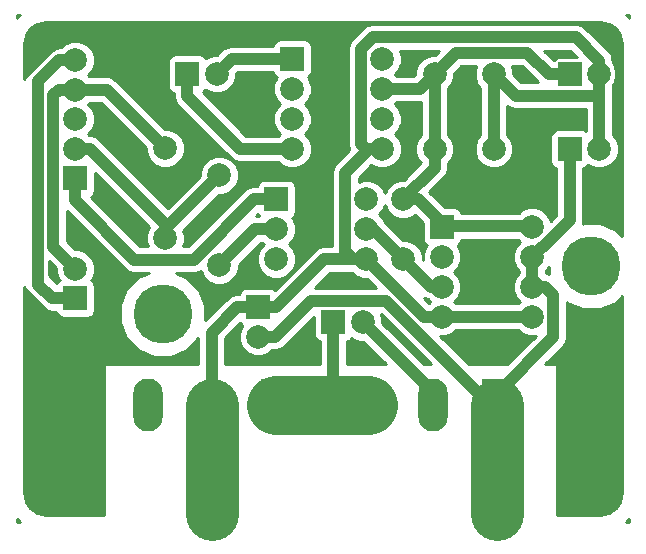
<source format=gbr>
G04 #@! TF.FileFunction,Copper,L2,Bot,Signal*
%FSLAX46Y46*%
G04 Gerber Fmt 4.6, Leading zero omitted, Abs format (unit mm)*
G04 Created by KiCad (PCBNEW 4.0.6) date 06/18/17 21:28:23*
%MOMM*%
%LPD*%
G01*
G04 APERTURE LIST*
%ADD10C,0.100000*%
%ADD11R,2.000000X2.000000*%
%ADD12C,2.000000*%
%ADD13C,5.000000*%
%ADD14R,2.500000X4.500000*%
%ADD15O,2.500000X4.500000*%
%ADD16C,1.000000*%
%ADD17C,4.500000*%
%ADD18C,5.000000*%
%ADD19C,0.254000*%
G04 APERTURE END LIST*
D10*
D11*
X48210000Y39955000D03*
D12*
X50710000Y39955000D03*
X36780000Y39955000D03*
X41780000Y39955000D03*
X36780000Y33605000D03*
X41780000Y33605000D03*
D11*
X48210000Y33605000D03*
D12*
X50710000Y33605000D03*
D11*
X28194000Y18923000D03*
D12*
X30694000Y18923000D03*
D11*
X21844000Y20193000D03*
D12*
X21844000Y17693000D03*
D11*
X15825000Y39955000D03*
D12*
X18325000Y39955000D03*
X34110000Y29345000D03*
X34110000Y24265000D03*
X18542000Y31369000D03*
X18542000Y23749000D03*
X13970000Y33655000D03*
X13970000Y26035000D03*
D11*
X6350000Y20955000D03*
D12*
X6350000Y23455000D03*
D11*
X37400000Y27025000D03*
D12*
X45020000Y19405000D03*
X37400000Y24485000D03*
X45020000Y21945000D03*
X37400000Y21945000D03*
X45020000Y24485000D03*
X37400000Y19405000D03*
X45020000Y27025000D03*
D11*
X23368000Y29337000D03*
D12*
X30988000Y24257000D03*
X23368000Y26797000D03*
X30988000Y26797000D03*
X23368000Y24257000D03*
X30988000Y29337000D03*
D11*
X6350000Y31115000D03*
D12*
X6350000Y33615000D03*
X6350000Y36115000D03*
X6350000Y38615000D03*
X6350000Y41115000D03*
D11*
X24715000Y41225000D03*
D12*
X32335000Y33605000D03*
X24715000Y38685000D03*
X32335000Y36145000D03*
X24715000Y36145000D03*
X32335000Y38685000D03*
X24715000Y33605000D03*
X32335000Y41225000D03*
D13*
X50040000Y23670000D03*
X13730000Y19645000D03*
D14*
X23356000Y11895000D03*
D15*
X17906000Y11895000D03*
X12456000Y11895000D03*
D14*
X42040000Y11895000D03*
D15*
X36590000Y11895000D03*
X31140000Y11895000D03*
D16*
X30534999Y42089001D02*
X31510808Y43064810D01*
X30534999Y33990788D02*
X30534999Y42089001D01*
X30920787Y33605000D02*
X30534999Y33990788D01*
X50710000Y41086370D02*
X50710000Y39955000D01*
X48731560Y43064810D02*
X50710000Y41086370D01*
X32335000Y33605000D02*
X30920787Y33605000D01*
X31510808Y43064810D02*
X48731560Y43064810D01*
X30988000Y24257000D02*
X35840000Y19405000D01*
X35840000Y19405000D02*
X37400000Y19405000D01*
X30988000Y24257000D02*
X31475914Y24257000D01*
X50710000Y39955000D02*
X50710000Y38100000D01*
X50710000Y38100000D02*
X50710000Y33605000D01*
X41780000Y39955000D02*
X43635000Y38100000D01*
X43635000Y38100000D02*
X50710000Y38100000D01*
X50710000Y34736370D02*
X50710000Y33605000D01*
X37400000Y19405000D02*
X45020000Y19405000D01*
D17*
X17906000Y11895000D02*
X17906000Y2675000D01*
D16*
X27418036Y24257000D02*
X29856630Y24257000D01*
X23354036Y20193000D02*
X27418036Y24257000D01*
X21844000Y20193000D02*
X23354036Y20193000D01*
X17906000Y11895000D02*
X17906000Y18055000D01*
X17906000Y18055000D02*
X20044000Y20193000D01*
X20044000Y20193000D02*
X21844000Y20193000D01*
X32335000Y33605000D02*
X31203630Y33605000D01*
X31203630Y33605000D02*
X29187999Y31589369D01*
X29856630Y24257000D02*
X30988000Y24257000D01*
X29187999Y31589369D02*
X29187999Y24925631D01*
X29187999Y24925631D02*
X29856630Y24257000D01*
X41780000Y39955000D02*
X41780000Y33605000D01*
X13970000Y26035000D02*
X13970000Y26797000D01*
X13970000Y26797000D02*
X18542000Y31369000D01*
X6350000Y33615000D02*
X7587436Y33615000D01*
X7587436Y33615000D02*
X13970000Y27232436D01*
X13970000Y27232436D02*
X13970000Y27166370D01*
X13970000Y27166370D02*
X13970000Y26035000D01*
X15825000Y39955000D02*
X15825000Y38080000D01*
X15825000Y38080000D02*
X20300000Y33605000D01*
X20300000Y33605000D02*
X23583630Y33605000D01*
X23583630Y33605000D02*
X24715000Y33605000D01*
X36780000Y39955000D02*
X38580001Y41755001D01*
X38580001Y41755001D02*
X44609999Y41755001D01*
X44609999Y41755001D02*
X46410000Y39955000D01*
X46410000Y39955000D02*
X48210000Y39955000D01*
X37630000Y27055000D02*
X45250000Y27055000D01*
X34110000Y29345000D02*
X35340000Y29345000D01*
X35340000Y29345000D02*
X37630000Y27055000D01*
X36780000Y33605000D02*
X36780000Y32015000D01*
X36780000Y32015000D02*
X34110000Y29345000D01*
X36780000Y39955000D02*
X36780000Y33605000D01*
X36780000Y39955000D02*
X35510000Y38685000D01*
X35510000Y38685000D02*
X32335000Y38685000D01*
X26288214Y20723001D02*
X32683506Y20723001D01*
X23258213Y17693000D02*
X26288214Y20723001D01*
X32683506Y20723001D02*
X40511507Y12895000D01*
X40511507Y12895000D02*
X42040000Y12895000D01*
X21844000Y17693000D02*
X23258213Y17693000D01*
X48210000Y33605000D02*
X48210000Y27550998D01*
X48210000Y27550998D02*
X45944001Y25284999D01*
X45944001Y25284999D02*
X45819999Y25284999D01*
X45819999Y25284999D02*
X45020000Y24485000D01*
X45020000Y21945000D02*
X46151370Y21945000D01*
X46820001Y17675001D02*
X42040000Y12895000D01*
X46151370Y21945000D02*
X46820001Y21276369D01*
X46820001Y21276369D02*
X46820001Y17675001D01*
X42040000Y12895000D02*
X42040000Y11895000D01*
X45020000Y24485000D02*
X45020000Y21945000D01*
D17*
X42040000Y11895000D02*
X42040000Y2675000D01*
D16*
X34110000Y24265000D02*
X34113121Y24265000D01*
X34113121Y24265000D02*
X36433121Y21945000D01*
X36433121Y21945000D02*
X37400000Y21945000D01*
X30988000Y26797000D02*
X31578000Y26797000D01*
X31578000Y26797000D02*
X34110000Y24265000D01*
X3190000Y39369213D02*
X3190000Y22115000D01*
X3190000Y22115000D02*
X4350000Y20955000D01*
X4350000Y20955000D02*
X6350000Y20955000D01*
X6350000Y41115000D02*
X4935787Y41115000D01*
X4935787Y41115000D02*
X3190000Y39369213D01*
X4935787Y38615000D02*
X6350000Y38615000D01*
X4490011Y25314989D02*
X4490011Y38169224D01*
X4490011Y38169224D02*
X4935787Y38615000D01*
X6350000Y23455000D02*
X4490011Y25314989D01*
X13970000Y33655000D02*
X9010000Y38615000D01*
X9010000Y38615000D02*
X6350000Y38615000D01*
X6350000Y31115000D02*
X6350000Y29240000D01*
X6350000Y29240000D02*
X11355001Y24234999D01*
X11355001Y24234999D02*
X16363997Y24234999D01*
X21465998Y29337000D02*
X21568000Y29337000D01*
X16363997Y24234999D02*
X21465998Y29337000D01*
X21568000Y29337000D02*
X23368000Y29337000D01*
X18542000Y23749000D02*
X21590000Y26797000D01*
X21590000Y26797000D02*
X23368000Y26797000D01*
X18325000Y39955000D02*
X19595000Y41225000D01*
X19595000Y41225000D02*
X24715000Y41225000D01*
X28194000Y18923000D02*
X28194000Y13719000D01*
X28194000Y13719000D02*
X26370000Y11895000D01*
D18*
X23356000Y11895000D02*
X26370000Y11895000D01*
X26370000Y11895000D02*
X31140000Y11895000D01*
D16*
X36590000Y11895000D02*
X36590000Y13027000D01*
X36590000Y13027000D02*
X30694000Y18923000D01*
D19*
G36*
X53213000Y2032000D02*
X52950687Y2032000D01*
X52990506Y2058606D01*
X53186394Y2254494D01*
X53213000Y2294313D01*
X53213000Y2032000D01*
X53213000Y2032000D01*
G37*
X53213000Y2032000D02*
X52950687Y2032000D01*
X52990506Y2058606D01*
X53186394Y2254494D01*
X53213000Y2294313D01*
X53213000Y2032000D01*
G36*
X1423606Y2254494D02*
X1619494Y2058606D01*
X1659313Y2032000D01*
X1397000Y2032000D01*
X1397000Y2294313D01*
X1423606Y2254494D01*
X1423606Y2254494D01*
G37*
X1423606Y2254494D02*
X1619494Y2058606D01*
X1659313Y2032000D01*
X1397000Y2032000D01*
X1397000Y2294313D01*
X1423606Y2254494D01*
G36*
X10552435Y23432433D02*
X10920655Y23186396D01*
X11355001Y23099999D01*
X12593916Y23099999D01*
X11678154Y22721614D01*
X10656972Y21702213D01*
X10103631Y20369620D01*
X10102372Y18926710D01*
X10653386Y17593154D01*
X11672787Y16571972D01*
X13005380Y16018631D01*
X14448290Y16017372D01*
X15781846Y16568386D01*
X16771000Y17555815D01*
X16771000Y15367000D01*
X8890000Y15367000D01*
X8840590Y15356994D01*
X8798965Y15328553D01*
X8771685Y15286159D01*
X8763000Y15240000D01*
X8763000Y2615000D01*
X3879931Y2615000D01*
X3115011Y2767152D01*
X2525830Y3160830D01*
X2132152Y3750011D01*
X1980000Y4514931D01*
X1980000Y21940426D01*
X2142755Y21696846D01*
X2172422Y21652446D01*
X3672433Y20152435D01*
X4040652Y19906398D01*
X4474998Y19820001D01*
X4727962Y19820001D01*
X4746838Y19719683D01*
X4885910Y19503559D01*
X5098110Y19358569D01*
X5350000Y19307560D01*
X7350000Y19307560D01*
X7585317Y19351838D01*
X7801441Y19490910D01*
X7946431Y19703110D01*
X7997440Y19955000D01*
X7997440Y21955000D01*
X7953162Y22190317D01*
X7814090Y22406441D01*
X7695227Y22487656D01*
X7735278Y22527637D01*
X7984716Y23128352D01*
X7985284Y23778795D01*
X7736894Y24379943D01*
X7277363Y24840278D01*
X6676648Y25089716D01*
X6320105Y25090027D01*
X5609999Y25800133D01*
X5609999Y28374869D01*
X10552435Y23432433D01*
X10552435Y23432433D01*
G37*
X10552435Y23432433D02*
X10920655Y23186396D01*
X11355001Y23099999D01*
X12593916Y23099999D01*
X11678154Y22721614D01*
X10656972Y21702213D01*
X10103631Y20369620D01*
X10102372Y18926710D01*
X10653386Y17593154D01*
X11672787Y16571972D01*
X13005380Y16018631D01*
X14448290Y16017372D01*
X15781846Y16568386D01*
X16771000Y17555815D01*
X16771000Y15367000D01*
X8890000Y15367000D01*
X8840590Y15356994D01*
X8798965Y15328553D01*
X8771685Y15286159D01*
X8763000Y15240000D01*
X8763000Y2615000D01*
X3879931Y2615000D01*
X3115011Y2767152D01*
X2525830Y3160830D01*
X2132152Y3750011D01*
X1980000Y4514931D01*
X1980000Y21940426D01*
X2142755Y21696846D01*
X2172422Y21652446D01*
X3672433Y20152435D01*
X4040652Y19906398D01*
X4474998Y19820001D01*
X4727962Y19820001D01*
X4746838Y19719683D01*
X4885910Y19503559D01*
X5098110Y19358569D01*
X5350000Y19307560D01*
X7350000Y19307560D01*
X7585317Y19351838D01*
X7801441Y19490910D01*
X7946431Y19703110D01*
X7997440Y19955000D01*
X7997440Y21955000D01*
X7953162Y22190317D01*
X7814090Y22406441D01*
X7695227Y22487656D01*
X7735278Y22527637D01*
X7984716Y23128352D01*
X7985284Y23778795D01*
X7736894Y24379943D01*
X7277363Y24840278D01*
X6676648Y25089716D01*
X6320105Y25090027D01*
X5609999Y25800133D01*
X5609999Y28374869D01*
X10552435Y23432433D01*
G36*
X52630000Y4514931D02*
X52477848Y3750011D01*
X52084170Y3160830D01*
X51494989Y2767152D01*
X50730069Y2615000D01*
X47117000Y2615000D01*
X47117000Y15240000D01*
X47106994Y15289410D01*
X47078553Y15331035D01*
X47036159Y15358315D01*
X46990000Y15367000D01*
X46117132Y15367000D01*
X47622567Y16872435D01*
X47698740Y16986436D01*
X47868604Y17240655D01*
X47955001Y17675001D01*
X47955001Y20624807D01*
X47982787Y20596972D01*
X49315380Y20043631D01*
X50758290Y20042372D01*
X52091846Y20593386D01*
X52630000Y21130601D01*
X52630000Y4514931D01*
X52630000Y4514931D01*
G37*
X52630000Y4514931D02*
X52477848Y3750011D01*
X52084170Y3160830D01*
X51494989Y2767152D01*
X50730069Y2615000D01*
X47117000Y2615000D01*
X47117000Y15240000D01*
X47106994Y15289410D01*
X47078553Y15331035D01*
X47036159Y15358315D01*
X46990000Y15367000D01*
X46117132Y15367000D01*
X47622567Y16872435D01*
X47698740Y16986436D01*
X47868604Y17240655D01*
X47955001Y17675001D01*
X47955001Y20624807D01*
X47982787Y20596972D01*
X49315380Y20043631D01*
X50758290Y20042372D01*
X52091846Y20593386D01*
X52630000Y21130601D01*
X52630000Y4514931D01*
G36*
X26546560Y17923000D02*
X26590838Y17687683D01*
X26729910Y17471559D01*
X26942110Y17326569D01*
X27059000Y17302898D01*
X27059000Y15367000D01*
X19041000Y15367000D01*
X19041000Y17584868D01*
X20308565Y18852433D01*
X20379910Y18741559D01*
X20498773Y18660344D01*
X20458722Y18620363D01*
X20209284Y18019648D01*
X20208716Y17369205D01*
X20457106Y16768057D01*
X20916637Y16307722D01*
X21517352Y16058284D01*
X22167795Y16057716D01*
X22768943Y16306106D01*
X23021278Y16558000D01*
X23258213Y16558000D01*
X23692559Y16644397D01*
X24060779Y16890434D01*
X26546560Y19376214D01*
X26546560Y17923000D01*
X26546560Y17923000D01*
G37*
X26546560Y17923000D02*
X26590838Y17687683D01*
X26729910Y17471559D01*
X26942110Y17326569D01*
X27059000Y17302898D01*
X27059000Y15367000D01*
X19041000Y15367000D01*
X19041000Y17584868D01*
X20308565Y18852433D01*
X20379910Y18741559D01*
X20498773Y18660344D01*
X20458722Y18620363D01*
X20209284Y18019648D01*
X20208716Y17369205D01*
X20457106Y16768057D01*
X20916637Y16307722D01*
X21517352Y16058284D01*
X22167795Y16057716D01*
X22768943Y16306106D01*
X23021278Y16558000D01*
X23258213Y16558000D01*
X23692559Y16644397D01*
X24060779Y16890434D01*
X26546560Y19376214D01*
X26546560Y17923000D01*
G36*
X29766637Y17537722D02*
X30367352Y17288284D01*
X30723895Y17287973D01*
X32644868Y15367000D01*
X29329000Y15367000D01*
X29329000Y17300962D01*
X29429317Y17319838D01*
X29645441Y17458910D01*
X29726656Y17577773D01*
X29766637Y17537722D01*
X29766637Y17537722D01*
G37*
X29766637Y17537722D02*
X30367352Y17288284D01*
X30723895Y17287973D01*
X32644868Y15367000D01*
X29329000Y15367000D01*
X29329000Y17300962D01*
X29429317Y17319838D01*
X29645441Y17458910D01*
X29726656Y17577773D01*
X29766637Y17537722D01*
G36*
X36434375Y15367000D02*
X35855132Y15367000D01*
X32328975Y18893157D01*
X32329284Y19246795D01*
X32188300Y19588001D01*
X32213374Y19588001D01*
X36434375Y15367000D01*
X36434375Y15367000D01*
G37*
X36434375Y15367000D02*
X35855132Y15367000D01*
X32328975Y18893157D01*
X32329284Y19246795D01*
X32188300Y19588001D01*
X32213374Y19588001D01*
X36434375Y15367000D01*
G36*
X44092637Y18019722D02*
X44693352Y17770284D01*
X45309614Y17769746D01*
X42906868Y15367000D01*
X39644639Y15367000D01*
X37241502Y17770137D01*
X37723795Y17769716D01*
X38324943Y18018106D01*
X38577278Y18270000D01*
X43842796Y18270000D01*
X44092637Y18019722D01*
X44092637Y18019722D01*
G37*
X44092637Y18019722D02*
X44693352Y17770284D01*
X45309614Y17769746D01*
X42906868Y15367000D01*
X39644639Y15367000D01*
X37241502Y17770137D01*
X37723795Y17769716D01*
X38324943Y18018106D01*
X38577278Y18270000D01*
X43842796Y18270000D01*
X44092637Y18019722D01*
G36*
X51494989Y44222848D02*
X52084170Y43829170D01*
X52477848Y43239989D01*
X52630000Y42475069D01*
X52630000Y26209310D01*
X52097213Y26743028D01*
X50764620Y27296369D01*
X49321710Y27297628D01*
X49292174Y27285424D01*
X49345000Y27550998D01*
X49345000Y31982962D01*
X49445317Y32001838D01*
X49661441Y32140910D01*
X49742656Y32259773D01*
X49782637Y32219722D01*
X50383352Y31970284D01*
X51033795Y31969716D01*
X51634943Y32218106D01*
X52095278Y32677637D01*
X52344716Y33278352D01*
X52345284Y33928795D01*
X52096894Y34529943D01*
X51845000Y34782278D01*
X51845000Y39060394D01*
X51925824Y39141077D01*
X52144750Y39668309D01*
X52145248Y40239187D01*
X51927243Y40766800D01*
X51845000Y40849187D01*
X51845000Y41086370D01*
X51824324Y41190317D01*
X51758604Y41520715D01*
X51512566Y41888936D01*
X49534126Y43867376D01*
X49415565Y43946596D01*
X49165906Y44113413D01*
X48731560Y44199810D01*
X31510808Y44199810D01*
X31076462Y44113413D01*
X30708242Y43867376D01*
X29732433Y42891567D01*
X29486396Y42523347D01*
X29399999Y42089001D01*
X29399999Y33990788D01*
X29486396Y33556442D01*
X29511848Y33518350D01*
X28385433Y32391935D01*
X28139396Y32023715D01*
X28052999Y31589369D01*
X28052999Y25392000D01*
X27418036Y25392000D01*
X26983690Y25305603D01*
X26691035Y25110057D01*
X26615470Y25059566D01*
X23244081Y21688177D01*
X23095890Y21789431D01*
X22844000Y21840440D01*
X20844000Y21840440D01*
X20608683Y21796162D01*
X20392559Y21657090D01*
X20247569Y21444890D01*
X20223898Y21328000D01*
X20044000Y21328000D01*
X19609655Y21241604D01*
X19241434Y20995566D01*
X17356535Y19110667D01*
X17357628Y20363290D01*
X16806614Y21696846D01*
X15787213Y22718028D01*
X14867325Y23099999D01*
X16363997Y23099999D01*
X16798343Y23186396D01*
X16960595Y23294809D01*
X17155106Y22824057D01*
X17614637Y22363722D01*
X18215352Y22114284D01*
X18865795Y22113716D01*
X19466943Y22362106D01*
X19927278Y22821637D01*
X20176716Y23422352D01*
X20177027Y23778895D01*
X22060132Y25662000D01*
X22190796Y25662000D01*
X22325759Y25526801D01*
X21982722Y25184363D01*
X21733284Y24583648D01*
X21732716Y23933205D01*
X21981106Y23332057D01*
X22440637Y22871722D01*
X23041352Y22622284D01*
X23691795Y22621716D01*
X24292943Y22870106D01*
X24753278Y23329637D01*
X25002716Y23930352D01*
X25003284Y24580795D01*
X24754894Y25181943D01*
X24410241Y25527199D01*
X24753278Y25869637D01*
X25002716Y26470352D01*
X25003284Y27120795D01*
X24754894Y27721943D01*
X24688379Y27788574D01*
X24819441Y27872910D01*
X24964431Y28085110D01*
X25015440Y28337000D01*
X25015440Y30337000D01*
X24971162Y30572317D01*
X24832090Y30788441D01*
X24619890Y30933431D01*
X24368000Y30984440D01*
X22368000Y30984440D01*
X22132683Y30940162D01*
X21916559Y30801090D01*
X21771569Y30588890D01*
X21747898Y30472000D01*
X21465998Y30472000D01*
X21031652Y30385603D01*
X20862177Y30272363D01*
X20663432Y30139566D01*
X15893865Y25369999D01*
X15464220Y25369999D01*
X15604716Y25708352D01*
X15605284Y26358795D01*
X15468345Y26690213D01*
X18512157Y29734025D01*
X18865795Y29733716D01*
X19466943Y29982106D01*
X19927278Y30441637D01*
X20176716Y31042352D01*
X20177284Y31692795D01*
X19928894Y32293943D01*
X19469363Y32754278D01*
X18868648Y33003716D01*
X18218205Y33004284D01*
X17617057Y32755894D01*
X17156722Y32296363D01*
X16907284Y31695648D01*
X16906973Y31339105D01*
X14187718Y28619850D01*
X8390002Y34417566D01*
X8252090Y34509716D01*
X8021782Y34663603D01*
X7587436Y34750000D01*
X7527204Y34750000D01*
X7412241Y34865164D01*
X7735278Y35187637D01*
X7984716Y35788352D01*
X7985284Y36438795D01*
X7736894Y37039943D01*
X7412241Y37365164D01*
X7527278Y37480000D01*
X8539868Y37480000D01*
X12335025Y33684843D01*
X12334716Y33331205D01*
X12583106Y32730057D01*
X13042637Y32269722D01*
X13643352Y32020284D01*
X14293795Y32019716D01*
X14894943Y32268106D01*
X15355278Y32727637D01*
X15604716Y33328352D01*
X15605284Y33978795D01*
X15356894Y34579943D01*
X14897363Y35040278D01*
X14296648Y35289716D01*
X13940105Y35290027D01*
X9812566Y39417566D01*
X9718702Y39480284D01*
X9444346Y39663603D01*
X9010000Y39750000D01*
X7527204Y39750000D01*
X7412241Y39865164D01*
X7735278Y40187637D01*
X7984716Y40788352D01*
X7984861Y40955000D01*
X14177560Y40955000D01*
X14177560Y38955000D01*
X14221838Y38719683D01*
X14360910Y38503559D01*
X14573110Y38358569D01*
X14690000Y38334898D01*
X14690000Y38080000D01*
X14776397Y37645654D01*
X14887084Y37480000D01*
X15022434Y37277434D01*
X19497434Y32802434D01*
X19865655Y32556396D01*
X20300000Y32470000D01*
X23537796Y32470000D01*
X23787637Y32219722D01*
X24388352Y31970284D01*
X25038795Y31969716D01*
X25639943Y32218106D01*
X26100278Y32677637D01*
X26349716Y33278352D01*
X26350284Y33928795D01*
X26101894Y34529943D01*
X25757241Y34875199D01*
X26100278Y35217637D01*
X26120139Y35265468D01*
X26134387Y35270736D01*
X26236867Y35546581D01*
X26349716Y35818352D01*
X26349744Y35850411D01*
X26360908Y35880461D01*
X26350027Y36174517D01*
X26350284Y36468795D01*
X26338041Y36498424D01*
X26336856Y36530460D01*
X26134387Y37019264D01*
X26120751Y37024306D01*
X26101894Y37069943D01*
X25757241Y37415199D01*
X26100278Y37757637D01*
X26120139Y37805468D01*
X26134387Y37810736D01*
X26236867Y38086581D01*
X26349716Y38358352D01*
X26349744Y38390411D01*
X26360908Y38420461D01*
X26350027Y38714517D01*
X26350284Y39008795D01*
X26338041Y39038424D01*
X26336856Y39070460D01*
X26134387Y39559264D01*
X26120751Y39564306D01*
X26101894Y39609943D01*
X26035379Y39676574D01*
X26166441Y39760910D01*
X26311431Y39973110D01*
X26362440Y40225000D01*
X26362440Y42225000D01*
X26318162Y42460317D01*
X26179090Y42676441D01*
X25966890Y42821431D01*
X25715000Y42872440D01*
X23715000Y42872440D01*
X23479683Y42828162D01*
X23263559Y42689090D01*
X23118569Y42476890D01*
X23094898Y42360000D01*
X19595000Y42360000D01*
X19160654Y42273603D01*
X18792434Y42027566D01*
X18354843Y41589975D01*
X18001205Y41590284D01*
X17400057Y41341894D01*
X17357781Y41299692D01*
X17289090Y41406441D01*
X17076890Y41551431D01*
X16825000Y41602440D01*
X14825000Y41602440D01*
X14589683Y41558162D01*
X14373559Y41419090D01*
X14228569Y41206890D01*
X14177560Y40955000D01*
X7984861Y40955000D01*
X7985284Y41438795D01*
X7736894Y42039943D01*
X7277363Y42500278D01*
X6676648Y42749716D01*
X6026205Y42750284D01*
X5425057Y42501894D01*
X5172722Y42250000D01*
X5112564Y42250000D01*
X4678218Y42163603D01*
X4457625Y42016207D01*
X4309998Y41917566D01*
X2172422Y39779990D01*
X1980000Y39492010D01*
X1980000Y42475069D01*
X2132152Y43239989D01*
X2525830Y43829170D01*
X3115011Y44222848D01*
X3879931Y44375000D01*
X50730069Y44375000D01*
X51494989Y44222848D01*
X51494989Y44222848D01*
G37*
X51494989Y44222848D02*
X52084170Y43829170D01*
X52477848Y43239989D01*
X52630000Y42475069D01*
X52630000Y26209310D01*
X52097213Y26743028D01*
X50764620Y27296369D01*
X49321710Y27297628D01*
X49292174Y27285424D01*
X49345000Y27550998D01*
X49345000Y31982962D01*
X49445317Y32001838D01*
X49661441Y32140910D01*
X49742656Y32259773D01*
X49782637Y32219722D01*
X50383352Y31970284D01*
X51033795Y31969716D01*
X51634943Y32218106D01*
X52095278Y32677637D01*
X52344716Y33278352D01*
X52345284Y33928795D01*
X52096894Y34529943D01*
X51845000Y34782278D01*
X51845000Y39060394D01*
X51925824Y39141077D01*
X52144750Y39668309D01*
X52145248Y40239187D01*
X51927243Y40766800D01*
X51845000Y40849187D01*
X51845000Y41086370D01*
X51824324Y41190317D01*
X51758604Y41520715D01*
X51512566Y41888936D01*
X49534126Y43867376D01*
X49415565Y43946596D01*
X49165906Y44113413D01*
X48731560Y44199810D01*
X31510808Y44199810D01*
X31076462Y44113413D01*
X30708242Y43867376D01*
X29732433Y42891567D01*
X29486396Y42523347D01*
X29399999Y42089001D01*
X29399999Y33990788D01*
X29486396Y33556442D01*
X29511848Y33518350D01*
X28385433Y32391935D01*
X28139396Y32023715D01*
X28052999Y31589369D01*
X28052999Y25392000D01*
X27418036Y25392000D01*
X26983690Y25305603D01*
X26691035Y25110057D01*
X26615470Y25059566D01*
X23244081Y21688177D01*
X23095890Y21789431D01*
X22844000Y21840440D01*
X20844000Y21840440D01*
X20608683Y21796162D01*
X20392559Y21657090D01*
X20247569Y21444890D01*
X20223898Y21328000D01*
X20044000Y21328000D01*
X19609655Y21241604D01*
X19241434Y20995566D01*
X17356535Y19110667D01*
X17357628Y20363290D01*
X16806614Y21696846D01*
X15787213Y22718028D01*
X14867325Y23099999D01*
X16363997Y23099999D01*
X16798343Y23186396D01*
X16960595Y23294809D01*
X17155106Y22824057D01*
X17614637Y22363722D01*
X18215352Y22114284D01*
X18865795Y22113716D01*
X19466943Y22362106D01*
X19927278Y22821637D01*
X20176716Y23422352D01*
X20177027Y23778895D01*
X22060132Y25662000D01*
X22190796Y25662000D01*
X22325759Y25526801D01*
X21982722Y25184363D01*
X21733284Y24583648D01*
X21732716Y23933205D01*
X21981106Y23332057D01*
X22440637Y22871722D01*
X23041352Y22622284D01*
X23691795Y22621716D01*
X24292943Y22870106D01*
X24753278Y23329637D01*
X25002716Y23930352D01*
X25003284Y24580795D01*
X24754894Y25181943D01*
X24410241Y25527199D01*
X24753278Y25869637D01*
X25002716Y26470352D01*
X25003284Y27120795D01*
X24754894Y27721943D01*
X24688379Y27788574D01*
X24819441Y27872910D01*
X24964431Y28085110D01*
X25015440Y28337000D01*
X25015440Y30337000D01*
X24971162Y30572317D01*
X24832090Y30788441D01*
X24619890Y30933431D01*
X24368000Y30984440D01*
X22368000Y30984440D01*
X22132683Y30940162D01*
X21916559Y30801090D01*
X21771569Y30588890D01*
X21747898Y30472000D01*
X21465998Y30472000D01*
X21031652Y30385603D01*
X20862177Y30272363D01*
X20663432Y30139566D01*
X15893865Y25369999D01*
X15464220Y25369999D01*
X15604716Y25708352D01*
X15605284Y26358795D01*
X15468345Y26690213D01*
X18512157Y29734025D01*
X18865795Y29733716D01*
X19466943Y29982106D01*
X19927278Y30441637D01*
X20176716Y31042352D01*
X20177284Y31692795D01*
X19928894Y32293943D01*
X19469363Y32754278D01*
X18868648Y33003716D01*
X18218205Y33004284D01*
X17617057Y32755894D01*
X17156722Y32296363D01*
X16907284Y31695648D01*
X16906973Y31339105D01*
X14187718Y28619850D01*
X8390002Y34417566D01*
X8252090Y34509716D01*
X8021782Y34663603D01*
X7587436Y34750000D01*
X7527204Y34750000D01*
X7412241Y34865164D01*
X7735278Y35187637D01*
X7984716Y35788352D01*
X7985284Y36438795D01*
X7736894Y37039943D01*
X7412241Y37365164D01*
X7527278Y37480000D01*
X8539868Y37480000D01*
X12335025Y33684843D01*
X12334716Y33331205D01*
X12583106Y32730057D01*
X13042637Y32269722D01*
X13643352Y32020284D01*
X14293795Y32019716D01*
X14894943Y32268106D01*
X15355278Y32727637D01*
X15604716Y33328352D01*
X15605284Y33978795D01*
X15356894Y34579943D01*
X14897363Y35040278D01*
X14296648Y35289716D01*
X13940105Y35290027D01*
X9812566Y39417566D01*
X9718702Y39480284D01*
X9444346Y39663603D01*
X9010000Y39750000D01*
X7527204Y39750000D01*
X7412241Y39865164D01*
X7735278Y40187637D01*
X7984716Y40788352D01*
X7984861Y40955000D01*
X14177560Y40955000D01*
X14177560Y38955000D01*
X14221838Y38719683D01*
X14360910Y38503559D01*
X14573110Y38358569D01*
X14690000Y38334898D01*
X14690000Y38080000D01*
X14776397Y37645654D01*
X14887084Y37480000D01*
X15022434Y37277434D01*
X19497434Y32802434D01*
X19865655Y32556396D01*
X20300000Y32470000D01*
X23537796Y32470000D01*
X23787637Y32219722D01*
X24388352Y31970284D01*
X25038795Y31969716D01*
X25639943Y32218106D01*
X26100278Y32677637D01*
X26349716Y33278352D01*
X26350284Y33928795D01*
X26101894Y34529943D01*
X25757241Y34875199D01*
X26100278Y35217637D01*
X26120139Y35265468D01*
X26134387Y35270736D01*
X26236867Y35546581D01*
X26349716Y35818352D01*
X26349744Y35850411D01*
X26360908Y35880461D01*
X26350027Y36174517D01*
X26350284Y36468795D01*
X26338041Y36498424D01*
X26336856Y36530460D01*
X26134387Y37019264D01*
X26120751Y37024306D01*
X26101894Y37069943D01*
X25757241Y37415199D01*
X26100278Y37757637D01*
X26120139Y37805468D01*
X26134387Y37810736D01*
X26236867Y38086581D01*
X26349716Y38358352D01*
X26349744Y38390411D01*
X26360908Y38420461D01*
X26350027Y38714517D01*
X26350284Y39008795D01*
X26338041Y39038424D01*
X26336856Y39070460D01*
X26134387Y39559264D01*
X26120751Y39564306D01*
X26101894Y39609943D01*
X26035379Y39676574D01*
X26166441Y39760910D01*
X26311431Y39973110D01*
X26362440Y40225000D01*
X26362440Y42225000D01*
X26318162Y42460317D01*
X26179090Y42676441D01*
X25966890Y42821431D01*
X25715000Y42872440D01*
X23715000Y42872440D01*
X23479683Y42828162D01*
X23263559Y42689090D01*
X23118569Y42476890D01*
X23094898Y42360000D01*
X19595000Y42360000D01*
X19160654Y42273603D01*
X18792434Y42027566D01*
X18354843Y41589975D01*
X18001205Y41590284D01*
X17400057Y41341894D01*
X17357781Y41299692D01*
X17289090Y41406441D01*
X17076890Y41551431D01*
X16825000Y41602440D01*
X14825000Y41602440D01*
X14589683Y41558162D01*
X14373559Y41419090D01*
X14228569Y41206890D01*
X14177560Y40955000D01*
X7984861Y40955000D01*
X7985284Y41438795D01*
X7736894Y42039943D01*
X7277363Y42500278D01*
X6676648Y42749716D01*
X6026205Y42750284D01*
X5425057Y42501894D01*
X5172722Y42250000D01*
X5112564Y42250000D01*
X4678218Y42163603D01*
X4457625Y42016207D01*
X4309998Y41917566D01*
X2172422Y39779990D01*
X1980000Y39492010D01*
X1980000Y42475069D01*
X2132152Y43239989D01*
X2525830Y43829170D01*
X3115011Y44222848D01*
X3879931Y44375000D01*
X50730069Y44375000D01*
X51494989Y44222848D01*
G36*
X23111838Y39989683D02*
X23250910Y39773559D01*
X23393561Y39676090D01*
X23329722Y39612363D01*
X23309861Y39564532D01*
X23295613Y39559264D01*
X23193133Y39283419D01*
X23080284Y39011648D01*
X23080256Y38979589D01*
X23069092Y38949539D01*
X23079973Y38655483D01*
X23079716Y38361205D01*
X23091959Y38331576D01*
X23093144Y38299540D01*
X23295613Y37810736D01*
X23309249Y37805694D01*
X23328106Y37760057D01*
X23672759Y37414801D01*
X23329722Y37072363D01*
X23309861Y37024532D01*
X23295613Y37019264D01*
X23193133Y36743419D01*
X23080284Y36471648D01*
X23080256Y36439589D01*
X23069092Y36409539D01*
X23079973Y36115483D01*
X23079716Y35821205D01*
X23091959Y35791576D01*
X23093144Y35759540D01*
X23295613Y35270736D01*
X23309249Y35265694D01*
X23328106Y35220057D01*
X23672759Y34874801D01*
X23537722Y34740000D01*
X20770132Y34740000D01*
X17119932Y38390200D01*
X17276441Y38490910D01*
X17357656Y38609773D01*
X17397637Y38569722D01*
X17998352Y38320284D01*
X18648795Y38319716D01*
X19249943Y38568106D01*
X19710278Y39027637D01*
X19959716Y39628352D01*
X19960027Y39984895D01*
X20065132Y40090000D01*
X23092962Y40090000D01*
X23111838Y39989683D01*
X23111838Y39989683D01*
G37*
X23111838Y39989683D02*
X23250910Y39773559D01*
X23393561Y39676090D01*
X23329722Y39612363D01*
X23309861Y39564532D01*
X23295613Y39559264D01*
X23193133Y39283419D01*
X23080284Y39011648D01*
X23080256Y38979589D01*
X23069092Y38949539D01*
X23079973Y38655483D01*
X23079716Y38361205D01*
X23091959Y38331576D01*
X23093144Y38299540D01*
X23295613Y37810736D01*
X23309249Y37805694D01*
X23328106Y37760057D01*
X23672759Y37414801D01*
X23329722Y37072363D01*
X23309861Y37024532D01*
X23295613Y37019264D01*
X23193133Y36743419D01*
X23080284Y36471648D01*
X23080256Y36439589D01*
X23069092Y36409539D01*
X23079973Y36115483D01*
X23079716Y35821205D01*
X23091959Y35791576D01*
X23093144Y35759540D01*
X23295613Y35270736D01*
X23309249Y35265694D01*
X23328106Y35220057D01*
X23672759Y34874801D01*
X23537722Y34740000D01*
X20770132Y34740000D01*
X17119932Y38390200D01*
X17276441Y38490910D01*
X17357656Y38609773D01*
X17397637Y38569722D01*
X17998352Y38320284D01*
X18648795Y38319716D01*
X19249943Y38568106D01*
X19710278Y39027637D01*
X19959716Y39628352D01*
X19960027Y39984895D01*
X20065132Y40090000D01*
X23092962Y40090000D01*
X23111838Y39989683D01*
G36*
X43977759Y25754801D02*
X43634722Y25412363D01*
X43385284Y24811648D01*
X43384716Y24161205D01*
X43633106Y23560057D01*
X43885000Y23307722D01*
X43885000Y23122204D01*
X43634722Y22872363D01*
X43385284Y22271648D01*
X43384716Y21621205D01*
X43633106Y21020057D01*
X43977759Y20674801D01*
X43842722Y20540000D01*
X38577204Y20540000D01*
X38442241Y20675199D01*
X38785278Y21017637D01*
X39034716Y21618352D01*
X39035284Y22268795D01*
X38786894Y22869943D01*
X38442241Y23215199D01*
X38785278Y23557637D01*
X39034716Y24158352D01*
X39035284Y24808795D01*
X38786894Y25409943D01*
X38720379Y25476574D01*
X38851441Y25560910D01*
X38996431Y25773110D01*
X39026177Y25920000D01*
X43812849Y25920000D01*
X43977759Y25754801D01*
X43977759Y25754801D01*
G37*
X43977759Y25754801D02*
X43634722Y25412363D01*
X43385284Y24811648D01*
X43384716Y24161205D01*
X43633106Y23560057D01*
X43885000Y23307722D01*
X43885000Y23122204D01*
X43634722Y22872363D01*
X43385284Y22271648D01*
X43384716Y21621205D01*
X43633106Y21020057D01*
X43977759Y20674801D01*
X43842722Y20540000D01*
X38577204Y20540000D01*
X38442241Y20675199D01*
X38785278Y21017637D01*
X39034716Y21618352D01*
X39035284Y22268795D01*
X38786894Y22869943D01*
X38442241Y23215199D01*
X38785278Y23557637D01*
X39034716Y24158352D01*
X39035284Y24808795D01*
X38786894Y25409943D01*
X38720379Y25476574D01*
X38851441Y25560910D01*
X38996431Y25773110D01*
X39026177Y25920000D01*
X43812849Y25920000D01*
X43977759Y25754801D01*
G36*
X35911068Y20955001D02*
X35998775Y20896397D01*
X36170686Y20862202D01*
X36357759Y20674801D01*
X36266465Y20583667D01*
X35863040Y20987092D01*
X35911068Y20955001D01*
X35911068Y20955001D01*
G37*
X35911068Y20955001D02*
X35998775Y20896397D01*
X36170686Y20862202D01*
X36357759Y20674801D01*
X36266465Y20583667D01*
X35863040Y20987092D01*
X35911068Y20955001D01*
G36*
X30060637Y22871722D02*
X30661352Y22622284D01*
X31017895Y22621973D01*
X31781867Y21858001D01*
X26624169Y21858001D01*
X27888168Y23122000D01*
X29810796Y23122000D01*
X30060637Y22871722D01*
X30060637Y22871722D01*
G37*
X30060637Y22871722D02*
X30661352Y22622284D01*
X31017895Y22621973D01*
X31781867Y21858001D01*
X26624169Y21858001D01*
X27888168Y23122000D01*
X29810796Y23122000D01*
X30060637Y22871722D01*
G36*
X4715025Y23484843D02*
X4714716Y23131205D01*
X4963106Y22530057D01*
X5005308Y22487781D01*
X4898559Y22419090D01*
X4783880Y22251252D01*
X4109988Y22925144D01*
X4109988Y24089880D01*
X4715025Y23484843D01*
X4715025Y23484843D01*
G37*
X4715025Y23484843D02*
X4714716Y23131205D01*
X4963106Y22530057D01*
X5005308Y22487781D01*
X4898559Y22419090D01*
X4783880Y22251252D01*
X4109988Y22925144D01*
X4109988Y24089880D01*
X4715025Y23484843D01*
G36*
X46412439Y23028070D02*
X46208560Y23068624D01*
X46155000Y23122278D01*
X46155000Y23307796D01*
X46405278Y23557637D01*
X46412917Y23576033D01*
X46412439Y23028070D01*
X46412439Y23028070D01*
G37*
X46412439Y23028070D02*
X46208560Y23068624D01*
X46155000Y23122278D01*
X46155000Y23307796D01*
X46405278Y23557637D01*
X46412917Y23576033D01*
X46412439Y23028070D01*
G36*
X32723106Y28420057D02*
X33182637Y27959722D01*
X33783352Y27710284D01*
X34433795Y27709716D01*
X35034943Y27958106D01*
X35078390Y28001478D01*
X35752560Y27327308D01*
X35752560Y26025000D01*
X35796838Y25789683D01*
X35935910Y25573559D01*
X36078561Y25476090D01*
X36014722Y25412363D01*
X35765284Y24811648D01*
X35764766Y24218487D01*
X35744978Y24238275D01*
X35745284Y24588795D01*
X35496894Y25189943D01*
X35037363Y25650278D01*
X34436648Y25899716D01*
X34080105Y25900027D01*
X32457070Y27523062D01*
X32374894Y27721943D01*
X32030241Y28067199D01*
X32373278Y28409637D01*
X32550781Y28837113D01*
X32723106Y28420057D01*
X32723106Y28420057D01*
G37*
X32723106Y28420057D02*
X33182637Y27959722D01*
X33783352Y27710284D01*
X34433795Y27709716D01*
X35034943Y27958106D01*
X35078390Y28001478D01*
X35752560Y27327308D01*
X35752560Y26025000D01*
X35796838Y25789683D01*
X35935910Y25573559D01*
X36078561Y25476090D01*
X36014722Y25412363D01*
X35765284Y24811648D01*
X35764766Y24218487D01*
X35744978Y24238275D01*
X35745284Y24588795D01*
X35496894Y25189943D01*
X35037363Y25650278D01*
X34436648Y25899716D01*
X34080105Y25900027D01*
X32457070Y27523062D01*
X32374894Y27721943D01*
X32030241Y28067199D01*
X32373278Y28409637D01*
X32550781Y28837113D01*
X32723106Y28420057D01*
G36*
X12609853Y26987451D02*
X12584722Y26962363D01*
X12335284Y26361648D01*
X12334716Y25711205D01*
X12475700Y25369999D01*
X11825133Y25369999D01*
X7644932Y29550200D01*
X7801441Y29650910D01*
X7946431Y29863110D01*
X7997440Y30115000D01*
X7997440Y31599864D01*
X12609853Y26987451D01*
X12609853Y26987451D01*
G37*
X12609853Y26987451D02*
X12584722Y26962363D01*
X12335284Y26361648D01*
X12334716Y25711205D01*
X12475700Y25369999D01*
X11825133Y25369999D01*
X7644932Y29550200D01*
X7801441Y29650910D01*
X7946431Y29863110D01*
X7997440Y30115000D01*
X7997440Y31599864D01*
X12609853Y26987451D01*
G36*
X40145284Y40281648D02*
X40144716Y39631205D01*
X40393106Y39030057D01*
X40645000Y38777722D01*
X40645000Y34782204D01*
X40394722Y34532363D01*
X40145284Y33931648D01*
X40144716Y33281205D01*
X40393106Y32680057D01*
X40852637Y32219722D01*
X41453352Y31970284D01*
X42103795Y31969716D01*
X42704943Y32218106D01*
X43165278Y32677637D01*
X43414716Y33278352D01*
X43415284Y33928795D01*
X43166894Y34529943D01*
X42915000Y34782278D01*
X42915000Y37242265D01*
X43200654Y37051397D01*
X43635000Y36965000D01*
X49575000Y36965000D01*
X49575000Y35124146D01*
X49461890Y35201431D01*
X49210000Y35252440D01*
X47210000Y35252440D01*
X46974683Y35208162D01*
X46758559Y35069090D01*
X46613569Y34856890D01*
X46562560Y34605000D01*
X46562560Y32605000D01*
X46606838Y32369683D01*
X46745910Y32153559D01*
X46958110Y32008569D01*
X47075000Y31984898D01*
X47075000Y28021131D01*
X46581422Y27527553D01*
X46406894Y27949943D01*
X45947363Y28410278D01*
X45346648Y28659716D01*
X44696205Y28660284D01*
X44095057Y28411894D01*
X43872775Y28190000D01*
X39016393Y28190000D01*
X39003162Y28260317D01*
X38864090Y28476441D01*
X38651890Y28621431D01*
X38400000Y28672440D01*
X37617692Y28672440D01*
X36330132Y29960000D01*
X37582566Y31212434D01*
X37687180Y31369000D01*
X37828603Y31580654D01*
X37915000Y32015000D01*
X37915000Y32427796D01*
X38165278Y32677637D01*
X38414716Y33278352D01*
X38415284Y33928795D01*
X38166894Y34529943D01*
X37915000Y34782278D01*
X37915000Y38777796D01*
X38165278Y39027637D01*
X38414716Y39628352D01*
X38415027Y39984895D01*
X39036313Y40606181D01*
X40280042Y40606181D01*
X40145284Y40281648D01*
X40145284Y40281648D01*
G37*
X40145284Y40281648D02*
X40144716Y39631205D01*
X40393106Y39030057D01*
X40645000Y38777722D01*
X40645000Y34782204D01*
X40394722Y34532363D01*
X40145284Y33931648D01*
X40144716Y33281205D01*
X40393106Y32680057D01*
X40852637Y32219722D01*
X41453352Y31970284D01*
X42103795Y31969716D01*
X42704943Y32218106D01*
X43165278Y32677637D01*
X43414716Y33278352D01*
X43415284Y33928795D01*
X43166894Y34529943D01*
X42915000Y34782278D01*
X42915000Y37242265D01*
X43200654Y37051397D01*
X43635000Y36965000D01*
X49575000Y36965000D01*
X49575000Y35124146D01*
X49461890Y35201431D01*
X49210000Y35252440D01*
X47210000Y35252440D01*
X46974683Y35208162D01*
X46758559Y35069090D01*
X46613569Y34856890D01*
X46562560Y34605000D01*
X46562560Y32605000D01*
X46606838Y32369683D01*
X46745910Y32153559D01*
X46958110Y32008569D01*
X47075000Y31984898D01*
X47075000Y28021131D01*
X46581422Y27527553D01*
X46406894Y27949943D01*
X45947363Y28410278D01*
X45346648Y28659716D01*
X44696205Y28660284D01*
X44095057Y28411894D01*
X43872775Y28190000D01*
X39016393Y28190000D01*
X39003162Y28260317D01*
X38864090Y28476441D01*
X38651890Y28621431D01*
X38400000Y28672440D01*
X37617692Y28672440D01*
X36330132Y29960000D01*
X37582566Y31212434D01*
X37687180Y31369000D01*
X37828603Y31580654D01*
X37915000Y32015000D01*
X37915000Y32427796D01*
X38165278Y32677637D01*
X38414716Y33278352D01*
X38415284Y33928795D01*
X38166894Y34529943D01*
X37915000Y34782278D01*
X37915000Y38777796D01*
X38165278Y39027637D01*
X38414716Y39628352D01*
X38415027Y39984895D01*
X39036313Y40606181D01*
X40280042Y40606181D01*
X40145284Y40281648D01*
G36*
X21874026Y27932000D02*
X21666130Y27932000D01*
X21792627Y28058497D01*
X21874026Y27932000D01*
X21874026Y27932000D01*
G37*
X21874026Y27932000D02*
X21666130Y27932000D01*
X21792627Y28058497D01*
X21874026Y27932000D01*
G36*
X35645000Y34782204D02*
X35394722Y34532363D01*
X35145284Y33931648D01*
X35144716Y33281205D01*
X35393106Y32680057D01*
X35616320Y32456452D01*
X34139843Y30979975D01*
X33786205Y30980284D01*
X33185057Y30731894D01*
X32724722Y30272363D01*
X32547219Y29844887D01*
X32374894Y30261943D01*
X31915363Y30722278D01*
X31314648Y30971716D01*
X30664205Y30972284D01*
X30322999Y30831300D01*
X30322999Y31119237D01*
X31418834Y32215072D01*
X32008352Y31970284D01*
X32658795Y31969716D01*
X33259943Y32218106D01*
X33720278Y32677637D01*
X33969716Y33278352D01*
X33970284Y33928795D01*
X33721894Y34529943D01*
X33377241Y34875199D01*
X33720278Y35217637D01*
X33740139Y35265468D01*
X33754387Y35270736D01*
X33856867Y35546581D01*
X33969716Y35818352D01*
X33969744Y35850411D01*
X33980908Y35880461D01*
X33970027Y36174517D01*
X33970284Y36468795D01*
X33958041Y36498424D01*
X33956856Y36530460D01*
X33754387Y37019264D01*
X33740751Y37024306D01*
X33721894Y37069943D01*
X33377241Y37415199D01*
X33512278Y37550000D01*
X35510000Y37550000D01*
X35645000Y37576853D01*
X35645000Y34782204D01*
X35645000Y34782204D01*
G37*
X35645000Y34782204D02*
X35394722Y34532363D01*
X35145284Y33931648D01*
X35144716Y33281205D01*
X35393106Y32680057D01*
X35616320Y32456452D01*
X34139843Y30979975D01*
X33786205Y30980284D01*
X33185057Y30731894D01*
X32724722Y30272363D01*
X32547219Y29844887D01*
X32374894Y30261943D01*
X31915363Y30722278D01*
X31314648Y30971716D01*
X30664205Y30972284D01*
X30322999Y30831300D01*
X30322999Y31119237D01*
X31418834Y32215072D01*
X32008352Y31970284D01*
X32658795Y31969716D01*
X33259943Y32218106D01*
X33720278Y32677637D01*
X33969716Y33278352D01*
X33970284Y33928795D01*
X33721894Y34529943D01*
X33377241Y34875199D01*
X33720278Y35217637D01*
X33740139Y35265468D01*
X33754387Y35270736D01*
X33856867Y35546581D01*
X33969716Y35818352D01*
X33969744Y35850411D01*
X33980908Y35880461D01*
X33970027Y36174517D01*
X33970284Y36468795D01*
X33958041Y36498424D01*
X33956856Y36530460D01*
X33754387Y37019264D01*
X33740751Y37024306D01*
X33721894Y37069943D01*
X33377241Y37415199D01*
X33512278Y37550000D01*
X35510000Y37550000D01*
X35645000Y37576853D01*
X35645000Y34782204D01*
G36*
X45524868Y39235000D02*
X44105132Y39235000D01*
X43414975Y39925157D01*
X43415284Y40278795D01*
X43280010Y40606181D01*
X44153687Y40606181D01*
X45524868Y39235000D01*
X45524868Y39235000D01*
G37*
X45524868Y39235000D02*
X44105132Y39235000D01*
X43414975Y39925157D01*
X43415284Y40278795D01*
X43280010Y40606181D01*
X44153687Y40606181D01*
X45524868Y39235000D01*
G36*
X36809843Y41589975D02*
X36456205Y41590284D01*
X35855057Y41341894D01*
X35394722Y40882363D01*
X35145284Y40281648D01*
X35144973Y39925105D01*
X35039868Y39820000D01*
X33512204Y39820000D01*
X33377241Y39955199D01*
X33720278Y40297637D01*
X33740139Y40345468D01*
X33754387Y40350736D01*
X33856867Y40626581D01*
X33969716Y40898352D01*
X33969744Y40930411D01*
X33980908Y40960461D01*
X33970027Y41254517D01*
X33970284Y41548795D01*
X33958041Y41578424D01*
X33956856Y41610460D01*
X33824577Y41929810D01*
X37149678Y41929810D01*
X36809843Y41589975D01*
X36809843Y41589975D01*
G37*
X36809843Y41589975D02*
X36456205Y41590284D01*
X35855057Y41341894D01*
X35394722Y40882363D01*
X35145284Y40281648D01*
X35144973Y39925105D01*
X35039868Y39820000D01*
X33512204Y39820000D01*
X33377241Y39955199D01*
X33720278Y40297637D01*
X33740139Y40345468D01*
X33754387Y40350736D01*
X33856867Y40626581D01*
X33969716Y40898352D01*
X33969744Y40930411D01*
X33980908Y40960461D01*
X33970027Y41254517D01*
X33970284Y41548795D01*
X33958041Y41578424D01*
X33956856Y41610460D01*
X33824577Y41929810D01*
X37149678Y41929810D01*
X36809843Y41589975D01*
G36*
X48788798Y41402440D02*
X47410000Y41402440D01*
X47174683Y41358162D01*
X46958559Y41219090D01*
X46874324Y41095808D01*
X46040322Y41929810D01*
X48261428Y41929810D01*
X48788798Y41402440D01*
X48788798Y41402440D01*
G37*
X48788798Y41402440D02*
X47410000Y41402440D01*
X47174683Y41358162D01*
X46958559Y41219090D01*
X46874324Y41095808D01*
X46040322Y41929810D01*
X48261428Y41929810D01*
X48788798Y41402440D01*
G36*
X1619494Y44931394D02*
X1423606Y44735506D01*
X1397000Y44695687D01*
X1397000Y44958000D01*
X1659313Y44958000D01*
X1619494Y44931394D01*
X1619494Y44931394D01*
G37*
X1619494Y44931394D02*
X1423606Y44735506D01*
X1397000Y44695687D01*
X1397000Y44958000D01*
X1659313Y44958000D01*
X1619494Y44931394D01*
G36*
X53213000Y44695687D02*
X53186394Y44735506D01*
X52990506Y44931394D01*
X52950687Y44958000D01*
X53213000Y44958000D01*
X53213000Y44695687D01*
X53213000Y44695687D01*
G37*
X53213000Y44695687D02*
X53186394Y44735506D01*
X52990506Y44931394D01*
X52950687Y44958000D01*
X53213000Y44958000D01*
X53213000Y44695687D01*
M02*

</source>
